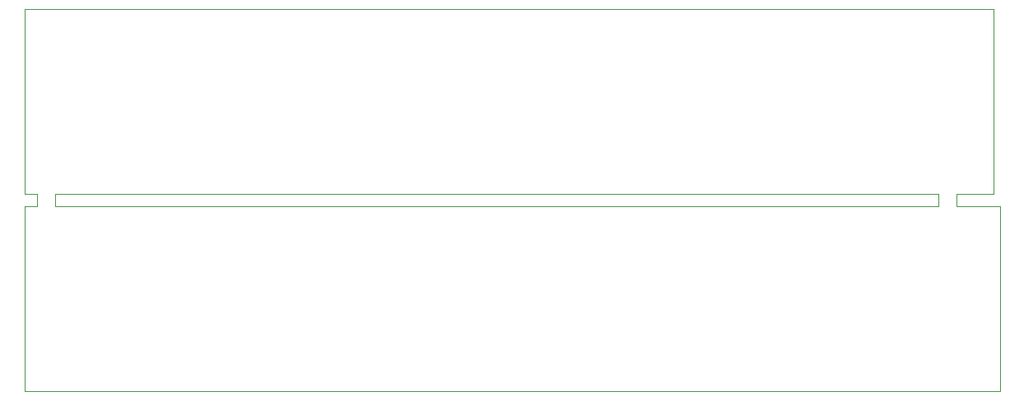
<source format=gko>
G75*
%MOIN*%
%OFA0B0*%
%FSLAX25Y25*%
%IPPOS*%
%LPD*%
%AMOC8*
5,1,8,0,0,1.08239X$1,22.5*
%
%ADD10C,0.00000*%
D10*
X0001800Y0078933D02*
X0001800Y0153933D01*
X0006800Y0153933D01*
X0006800Y0158933D01*
X0001800Y0158933D01*
X0001800Y0233933D01*
X0394300Y0233933D01*
X0394300Y0158933D01*
X0379300Y0158933D01*
X0379300Y0153933D01*
X0396800Y0153933D01*
X0396800Y0078933D01*
X0001800Y0078933D01*
X0014300Y0153933D02*
X0014300Y0158933D01*
X0371800Y0158933D01*
X0371800Y0153933D01*
X0014300Y0153933D01*
M02*

</source>
